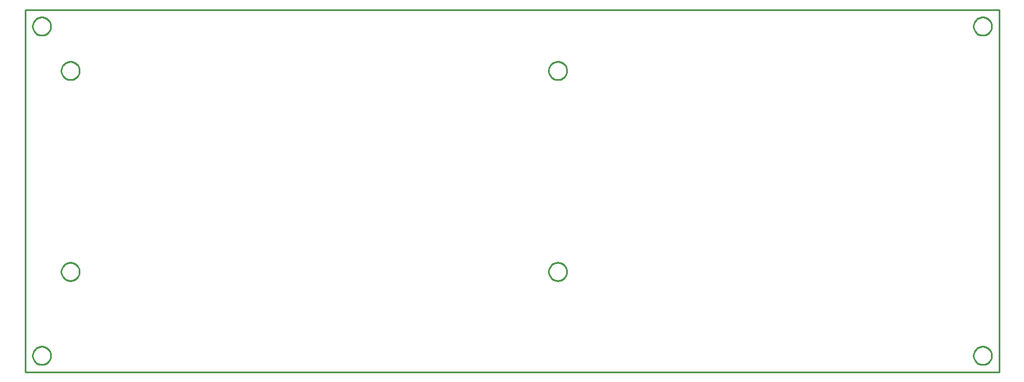
<source format=gbr>
G04 EAGLE Gerber RS-274X export*
G75*
%MOMM*%
%FSLAX34Y34*%
%LPD*%
%IN*%
%IPPOS*%
%AMOC8*
5,1,8,0,0,1.08239X$1,22.5*%
G01*
%ADD10C,0.254000*%


D10*
X0Y0D02*
X1498600Y0D01*
X1498600Y558800D01*
X0Y558800D01*
X0Y0D01*
X39400Y532900D02*
X39329Y531903D01*
X39186Y530913D01*
X38974Y529936D01*
X38692Y528976D01*
X38343Y528039D01*
X37927Y527129D01*
X37448Y526252D01*
X36907Y525410D01*
X36308Y524610D01*
X35653Y523854D01*
X34946Y523147D01*
X34190Y522492D01*
X33390Y521893D01*
X32548Y521352D01*
X31671Y520873D01*
X30761Y520457D01*
X29824Y520108D01*
X28865Y519826D01*
X27887Y519614D01*
X26898Y519471D01*
X25900Y519400D01*
X24900Y519400D01*
X23903Y519471D01*
X22913Y519614D01*
X21936Y519826D01*
X20976Y520108D01*
X20039Y520457D01*
X19129Y520873D01*
X18252Y521352D01*
X17410Y521893D01*
X16610Y522492D01*
X15854Y523147D01*
X15147Y523854D01*
X14492Y524610D01*
X13893Y525410D01*
X13352Y526252D01*
X12873Y527129D01*
X12457Y528039D01*
X12108Y528976D01*
X11826Y529936D01*
X11614Y530913D01*
X11471Y531903D01*
X11400Y532900D01*
X11400Y533900D01*
X11471Y534898D01*
X11614Y535887D01*
X11826Y536865D01*
X12108Y537824D01*
X12457Y538761D01*
X12873Y539671D01*
X13352Y540548D01*
X13893Y541390D01*
X14492Y542190D01*
X15147Y542946D01*
X15854Y543653D01*
X16610Y544308D01*
X17410Y544907D01*
X18252Y545448D01*
X19129Y545927D01*
X20039Y546343D01*
X20976Y546692D01*
X21936Y546974D01*
X22913Y547186D01*
X23903Y547329D01*
X24900Y547400D01*
X25900Y547400D01*
X26898Y547329D01*
X27887Y547186D01*
X28865Y546974D01*
X29824Y546692D01*
X30761Y546343D01*
X31671Y545927D01*
X32548Y545448D01*
X33390Y544907D01*
X34190Y544308D01*
X34946Y543653D01*
X35653Y542946D01*
X36308Y542190D01*
X36907Y541390D01*
X37448Y540548D01*
X37927Y539671D01*
X38343Y538761D01*
X38692Y537824D01*
X38974Y536865D01*
X39186Y535887D01*
X39329Y534898D01*
X39400Y533900D01*
X39400Y532900D01*
X39400Y24900D02*
X39329Y23903D01*
X39186Y22913D01*
X38974Y21936D01*
X38692Y20976D01*
X38343Y20039D01*
X37927Y19129D01*
X37448Y18252D01*
X36907Y17410D01*
X36308Y16610D01*
X35653Y15854D01*
X34946Y15147D01*
X34190Y14492D01*
X33390Y13893D01*
X32548Y13352D01*
X31671Y12873D01*
X30761Y12457D01*
X29824Y12108D01*
X28865Y11826D01*
X27887Y11614D01*
X26898Y11471D01*
X25900Y11400D01*
X24900Y11400D01*
X23903Y11471D01*
X22913Y11614D01*
X21936Y11826D01*
X20976Y12108D01*
X20039Y12457D01*
X19129Y12873D01*
X18252Y13352D01*
X17410Y13893D01*
X16610Y14492D01*
X15854Y15147D01*
X15147Y15854D01*
X14492Y16610D01*
X13893Y17410D01*
X13352Y18252D01*
X12873Y19129D01*
X12457Y20039D01*
X12108Y20976D01*
X11826Y21936D01*
X11614Y22913D01*
X11471Y23903D01*
X11400Y24900D01*
X11400Y25900D01*
X11471Y26898D01*
X11614Y27887D01*
X11826Y28865D01*
X12108Y29824D01*
X12457Y30761D01*
X12873Y31671D01*
X13352Y32548D01*
X13893Y33390D01*
X14492Y34190D01*
X15147Y34946D01*
X15854Y35653D01*
X16610Y36308D01*
X17410Y36907D01*
X18252Y37448D01*
X19129Y37927D01*
X20039Y38343D01*
X20976Y38692D01*
X21936Y38974D01*
X22913Y39186D01*
X23903Y39329D01*
X24900Y39400D01*
X25900Y39400D01*
X26898Y39329D01*
X27887Y39186D01*
X28865Y38974D01*
X29824Y38692D01*
X30761Y38343D01*
X31671Y37927D01*
X32548Y37448D01*
X33390Y36907D01*
X34190Y36308D01*
X34946Y35653D01*
X35653Y34946D01*
X36308Y34190D01*
X36907Y33390D01*
X37448Y32548D01*
X37927Y31671D01*
X38343Y30761D01*
X38692Y29824D01*
X38974Y28865D01*
X39186Y27887D01*
X39329Y26898D01*
X39400Y25900D01*
X39400Y24900D01*
X1487200Y24900D02*
X1487129Y23903D01*
X1486986Y22913D01*
X1486774Y21936D01*
X1486492Y20976D01*
X1486143Y20039D01*
X1485727Y19129D01*
X1485248Y18252D01*
X1484707Y17410D01*
X1484108Y16610D01*
X1483453Y15854D01*
X1482746Y15147D01*
X1481990Y14492D01*
X1481190Y13893D01*
X1480348Y13352D01*
X1479471Y12873D01*
X1478561Y12457D01*
X1477624Y12108D01*
X1476665Y11826D01*
X1475687Y11614D01*
X1474698Y11471D01*
X1473700Y11400D01*
X1472700Y11400D01*
X1471703Y11471D01*
X1470713Y11614D01*
X1469736Y11826D01*
X1468776Y12108D01*
X1467839Y12457D01*
X1466929Y12873D01*
X1466052Y13352D01*
X1465210Y13893D01*
X1464410Y14492D01*
X1463654Y15147D01*
X1462947Y15854D01*
X1462292Y16610D01*
X1461693Y17410D01*
X1461152Y18252D01*
X1460673Y19129D01*
X1460257Y20039D01*
X1459908Y20976D01*
X1459626Y21936D01*
X1459414Y22913D01*
X1459271Y23903D01*
X1459200Y24900D01*
X1459200Y25900D01*
X1459271Y26898D01*
X1459414Y27887D01*
X1459626Y28865D01*
X1459908Y29824D01*
X1460257Y30761D01*
X1460673Y31671D01*
X1461152Y32548D01*
X1461693Y33390D01*
X1462292Y34190D01*
X1462947Y34946D01*
X1463654Y35653D01*
X1464410Y36308D01*
X1465210Y36907D01*
X1466052Y37448D01*
X1466929Y37927D01*
X1467839Y38343D01*
X1468776Y38692D01*
X1469736Y38974D01*
X1470713Y39186D01*
X1471703Y39329D01*
X1472700Y39400D01*
X1473700Y39400D01*
X1474698Y39329D01*
X1475687Y39186D01*
X1476665Y38974D01*
X1477624Y38692D01*
X1478561Y38343D01*
X1479471Y37927D01*
X1480348Y37448D01*
X1481190Y36907D01*
X1481990Y36308D01*
X1482746Y35653D01*
X1483453Y34946D01*
X1484108Y34190D01*
X1484707Y33390D01*
X1485248Y32548D01*
X1485727Y31671D01*
X1486143Y30761D01*
X1486492Y29824D01*
X1486774Y28865D01*
X1486986Y27887D01*
X1487129Y26898D01*
X1487200Y25900D01*
X1487200Y24900D01*
X1487200Y532900D02*
X1487129Y531903D01*
X1486986Y530913D01*
X1486774Y529936D01*
X1486492Y528976D01*
X1486143Y528039D01*
X1485727Y527129D01*
X1485248Y526252D01*
X1484707Y525410D01*
X1484108Y524610D01*
X1483453Y523854D01*
X1482746Y523147D01*
X1481990Y522492D01*
X1481190Y521893D01*
X1480348Y521352D01*
X1479471Y520873D01*
X1478561Y520457D01*
X1477624Y520108D01*
X1476665Y519826D01*
X1475687Y519614D01*
X1474698Y519471D01*
X1473700Y519400D01*
X1472700Y519400D01*
X1471703Y519471D01*
X1470713Y519614D01*
X1469736Y519826D01*
X1468776Y520108D01*
X1467839Y520457D01*
X1466929Y520873D01*
X1466052Y521352D01*
X1465210Y521893D01*
X1464410Y522492D01*
X1463654Y523147D01*
X1462947Y523854D01*
X1462292Y524610D01*
X1461693Y525410D01*
X1461152Y526252D01*
X1460673Y527129D01*
X1460257Y528039D01*
X1459908Y528976D01*
X1459626Y529936D01*
X1459414Y530913D01*
X1459271Y531903D01*
X1459200Y532900D01*
X1459200Y533900D01*
X1459271Y534898D01*
X1459414Y535887D01*
X1459626Y536865D01*
X1459908Y537824D01*
X1460257Y538761D01*
X1460673Y539671D01*
X1461152Y540548D01*
X1461693Y541390D01*
X1462292Y542190D01*
X1462947Y542946D01*
X1463654Y543653D01*
X1464410Y544308D01*
X1465210Y544907D01*
X1466052Y545448D01*
X1466929Y545927D01*
X1467839Y546343D01*
X1468776Y546692D01*
X1469736Y546974D01*
X1470713Y547186D01*
X1471703Y547329D01*
X1472700Y547400D01*
X1473700Y547400D01*
X1474698Y547329D01*
X1475687Y547186D01*
X1476665Y546974D01*
X1477624Y546692D01*
X1478561Y546343D01*
X1479471Y545927D01*
X1480348Y545448D01*
X1481190Y544907D01*
X1481990Y544308D01*
X1482746Y543653D01*
X1483453Y542946D01*
X1484108Y542190D01*
X1484707Y541390D01*
X1485248Y540548D01*
X1485727Y539671D01*
X1486143Y538761D01*
X1486492Y537824D01*
X1486774Y536865D01*
X1486986Y535887D01*
X1487129Y534898D01*
X1487200Y533900D01*
X1487200Y532900D01*
X83500Y464380D02*
X83429Y463383D01*
X83286Y462393D01*
X83074Y461416D01*
X82792Y460456D01*
X82443Y459519D01*
X82027Y458609D01*
X81548Y457732D01*
X81007Y456890D01*
X80408Y456090D01*
X79753Y455334D01*
X79046Y454627D01*
X78290Y453972D01*
X77490Y453373D01*
X76648Y452832D01*
X75771Y452353D01*
X74861Y451937D01*
X73924Y451588D01*
X72965Y451306D01*
X71987Y451094D01*
X70998Y450951D01*
X70000Y450880D01*
X69000Y450880D01*
X68003Y450951D01*
X67013Y451094D01*
X66036Y451306D01*
X65076Y451588D01*
X64139Y451937D01*
X63229Y452353D01*
X62352Y452832D01*
X61510Y453373D01*
X60710Y453972D01*
X59954Y454627D01*
X59247Y455334D01*
X58592Y456090D01*
X57993Y456890D01*
X57452Y457732D01*
X56973Y458609D01*
X56557Y459519D01*
X56208Y460456D01*
X55926Y461416D01*
X55714Y462393D01*
X55571Y463383D01*
X55500Y464380D01*
X55500Y465380D01*
X55571Y466378D01*
X55714Y467367D01*
X55926Y468345D01*
X56208Y469304D01*
X56557Y470241D01*
X56973Y471151D01*
X57452Y472028D01*
X57993Y472870D01*
X58592Y473670D01*
X59247Y474426D01*
X59954Y475133D01*
X60710Y475788D01*
X61510Y476387D01*
X62352Y476928D01*
X63229Y477407D01*
X64139Y477823D01*
X65076Y478172D01*
X66036Y478454D01*
X67013Y478666D01*
X68003Y478809D01*
X69000Y478880D01*
X70000Y478880D01*
X70998Y478809D01*
X71987Y478666D01*
X72965Y478454D01*
X73924Y478172D01*
X74861Y477823D01*
X75771Y477407D01*
X76648Y476928D01*
X77490Y476387D01*
X78290Y475788D01*
X79046Y475133D01*
X79753Y474426D01*
X80408Y473670D01*
X81007Y472870D01*
X81548Y472028D01*
X82027Y471151D01*
X82443Y470241D01*
X82792Y469304D01*
X83074Y468345D01*
X83286Y467367D01*
X83429Y466378D01*
X83500Y465380D01*
X83500Y464380D01*
X83500Y154380D02*
X83429Y153383D01*
X83286Y152393D01*
X83074Y151416D01*
X82792Y150456D01*
X82443Y149519D01*
X82027Y148609D01*
X81548Y147732D01*
X81007Y146890D01*
X80408Y146090D01*
X79753Y145334D01*
X79046Y144627D01*
X78290Y143972D01*
X77490Y143373D01*
X76648Y142832D01*
X75771Y142353D01*
X74861Y141937D01*
X73924Y141588D01*
X72965Y141306D01*
X71987Y141094D01*
X70998Y140951D01*
X70000Y140880D01*
X69000Y140880D01*
X68003Y140951D01*
X67013Y141094D01*
X66036Y141306D01*
X65076Y141588D01*
X64139Y141937D01*
X63229Y142353D01*
X62352Y142832D01*
X61510Y143373D01*
X60710Y143972D01*
X59954Y144627D01*
X59247Y145334D01*
X58592Y146090D01*
X57993Y146890D01*
X57452Y147732D01*
X56973Y148609D01*
X56557Y149519D01*
X56208Y150456D01*
X55926Y151416D01*
X55714Y152393D01*
X55571Y153383D01*
X55500Y154380D01*
X55500Y155380D01*
X55571Y156378D01*
X55714Y157367D01*
X55926Y158345D01*
X56208Y159304D01*
X56557Y160241D01*
X56973Y161151D01*
X57452Y162028D01*
X57993Y162870D01*
X58592Y163670D01*
X59247Y164426D01*
X59954Y165133D01*
X60710Y165788D01*
X61510Y166387D01*
X62352Y166928D01*
X63229Y167407D01*
X64139Y167823D01*
X65076Y168172D01*
X66036Y168454D01*
X67013Y168666D01*
X68003Y168809D01*
X69000Y168880D01*
X70000Y168880D01*
X70998Y168809D01*
X71987Y168666D01*
X72965Y168454D01*
X73924Y168172D01*
X74861Y167823D01*
X75771Y167407D01*
X76648Y166928D01*
X77490Y166387D01*
X78290Y165788D01*
X79046Y165133D01*
X79753Y164426D01*
X80408Y163670D01*
X81007Y162870D01*
X81548Y162028D01*
X82027Y161151D01*
X82443Y160241D01*
X82792Y159304D01*
X83074Y158345D01*
X83286Y157367D01*
X83429Y156378D01*
X83500Y155380D01*
X83500Y154380D01*
X833500Y464380D02*
X833429Y463383D01*
X833286Y462393D01*
X833074Y461416D01*
X832792Y460456D01*
X832443Y459519D01*
X832027Y458609D01*
X831548Y457732D01*
X831007Y456890D01*
X830408Y456090D01*
X829753Y455334D01*
X829046Y454627D01*
X828290Y453972D01*
X827490Y453373D01*
X826648Y452832D01*
X825771Y452353D01*
X824861Y451937D01*
X823924Y451588D01*
X822965Y451306D01*
X821987Y451094D01*
X820998Y450951D01*
X820000Y450880D01*
X819000Y450880D01*
X818003Y450951D01*
X817013Y451094D01*
X816036Y451306D01*
X815076Y451588D01*
X814139Y451937D01*
X813229Y452353D01*
X812352Y452832D01*
X811510Y453373D01*
X810710Y453972D01*
X809954Y454627D01*
X809247Y455334D01*
X808592Y456090D01*
X807993Y456890D01*
X807452Y457732D01*
X806973Y458609D01*
X806557Y459519D01*
X806208Y460456D01*
X805926Y461416D01*
X805714Y462393D01*
X805571Y463383D01*
X805500Y464380D01*
X805500Y465380D01*
X805571Y466378D01*
X805714Y467367D01*
X805926Y468345D01*
X806208Y469304D01*
X806557Y470241D01*
X806973Y471151D01*
X807452Y472028D01*
X807993Y472870D01*
X808592Y473670D01*
X809247Y474426D01*
X809954Y475133D01*
X810710Y475788D01*
X811510Y476387D01*
X812352Y476928D01*
X813229Y477407D01*
X814139Y477823D01*
X815076Y478172D01*
X816036Y478454D01*
X817013Y478666D01*
X818003Y478809D01*
X819000Y478880D01*
X820000Y478880D01*
X820998Y478809D01*
X821987Y478666D01*
X822965Y478454D01*
X823924Y478172D01*
X824861Y477823D01*
X825771Y477407D01*
X826648Y476928D01*
X827490Y476387D01*
X828290Y475788D01*
X829046Y475133D01*
X829753Y474426D01*
X830408Y473670D01*
X831007Y472870D01*
X831548Y472028D01*
X832027Y471151D01*
X832443Y470241D01*
X832792Y469304D01*
X833074Y468345D01*
X833286Y467367D01*
X833429Y466378D01*
X833500Y465380D01*
X833500Y464380D01*
X833500Y154380D02*
X833429Y153383D01*
X833286Y152393D01*
X833074Y151416D01*
X832792Y150456D01*
X832443Y149519D01*
X832027Y148609D01*
X831548Y147732D01*
X831007Y146890D01*
X830408Y146090D01*
X829753Y145334D01*
X829046Y144627D01*
X828290Y143972D01*
X827490Y143373D01*
X826648Y142832D01*
X825771Y142353D01*
X824861Y141937D01*
X823924Y141588D01*
X822965Y141306D01*
X821987Y141094D01*
X820998Y140951D01*
X820000Y140880D01*
X819000Y140880D01*
X818003Y140951D01*
X817013Y141094D01*
X816036Y141306D01*
X815076Y141588D01*
X814139Y141937D01*
X813229Y142353D01*
X812352Y142832D01*
X811510Y143373D01*
X810710Y143972D01*
X809954Y144627D01*
X809247Y145334D01*
X808592Y146090D01*
X807993Y146890D01*
X807452Y147732D01*
X806973Y148609D01*
X806557Y149519D01*
X806208Y150456D01*
X805926Y151416D01*
X805714Y152393D01*
X805571Y153383D01*
X805500Y154380D01*
X805500Y155380D01*
X805571Y156378D01*
X805714Y157367D01*
X805926Y158345D01*
X806208Y159304D01*
X806557Y160241D01*
X806973Y161151D01*
X807452Y162028D01*
X807993Y162870D01*
X808592Y163670D01*
X809247Y164426D01*
X809954Y165133D01*
X810710Y165788D01*
X811510Y166387D01*
X812352Y166928D01*
X813229Y167407D01*
X814139Y167823D01*
X815076Y168172D01*
X816036Y168454D01*
X817013Y168666D01*
X818003Y168809D01*
X819000Y168880D01*
X820000Y168880D01*
X820998Y168809D01*
X821987Y168666D01*
X822965Y168454D01*
X823924Y168172D01*
X824861Y167823D01*
X825771Y167407D01*
X826648Y166928D01*
X827490Y166387D01*
X828290Y165788D01*
X829046Y165133D01*
X829753Y164426D01*
X830408Y163670D01*
X831007Y162870D01*
X831548Y162028D01*
X832027Y161151D01*
X832443Y160241D01*
X832792Y159304D01*
X833074Y158345D01*
X833286Y157367D01*
X833429Y156378D01*
X833500Y155380D01*
X833500Y154380D01*
M02*

</source>
